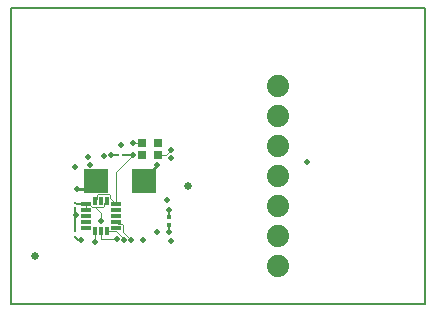
<source format=gbl>
G75*
%MOIN*%
%OFA0B0*%
%FSLAX25Y25*%
%IPPOS*%
%LPD*%
%AMOC8*
5,1,8,0,0,1.08239X$1,22.5*
%
%ADD10C,0.00600*%
%ADD11R,0.03642X0.01181*%
%ADD12R,0.01181X0.03150*%
%ADD13R,0.00984X0.00984*%
%ADD14R,0.01575X0.01378*%
%ADD15R,0.02953X0.02756*%
%ADD16C,0.07400*%
%ADD17R,0.07874X0.07874*%
%ADD18C,0.02000*%
%ADD19C,0.00400*%
%ADD20C,0.00500*%
%ADD21C,0.02578*%
%ADD22C,0.01000*%
D10*
X0001300Y0001300D02*
X0139095Y0001300D01*
X0139095Y0099725D01*
X0001300Y0099725D01*
X0001300Y0001300D01*
X0023202Y0039465D02*
X0023313Y0039576D01*
X0029639Y0042301D02*
X0029639Y0043020D01*
X0031036Y0044418D01*
D11*
X0026050Y0034465D03*
X0026050Y0032497D03*
X0026050Y0030528D03*
X0026050Y0028560D03*
X0026050Y0026591D03*
X0036188Y0026591D03*
X0036188Y0028560D03*
X0036188Y0030528D03*
X0036188Y0032497D03*
X0036188Y0034465D03*
D12*
X0033087Y0035548D03*
X0031119Y0035548D03*
X0029150Y0035548D03*
X0029150Y0025509D03*
X0031119Y0025509D03*
X0033087Y0025509D03*
D13*
X0022690Y0025377D03*
X0022690Y0023577D03*
X0022702Y0033140D03*
X0022702Y0034940D03*
X0036735Y0050891D03*
X0038535Y0050891D03*
D14*
X0053914Y0030087D03*
X0053914Y0027646D03*
D15*
X0050261Y0050863D03*
X0044946Y0050863D03*
X0044946Y0054800D03*
X0050261Y0054800D03*
D16*
X0090260Y0053992D03*
X0090260Y0063992D03*
X0090260Y0073992D03*
X0090260Y0043992D03*
X0090260Y0033992D03*
X0090260Y0023992D03*
X0090260Y0013992D03*
D17*
X0045387Y0042301D03*
X0029639Y0042301D03*
D18*
X0031036Y0044418D03*
X0027497Y0047670D03*
X0026709Y0050070D03*
X0022682Y0046831D03*
X0032203Y0050574D03*
X0034603Y0050894D03*
X0037883Y0054072D03*
X0041744Y0054787D03*
X0041906Y0050922D03*
X0049733Y0047496D03*
X0054631Y0049926D03*
X0054450Y0052481D03*
X0053135Y0035728D03*
X0053855Y0032359D03*
X0053981Y0025233D03*
X0054603Y0022223D03*
X0049860Y0025084D03*
X0045174Y0022577D03*
X0041356Y0022577D03*
X0038956Y0022577D03*
X0036548Y0022745D03*
X0029095Y0021918D03*
X0024607Y0022619D03*
X0031076Y0028863D03*
X0022741Y0031020D03*
X0023202Y0039465D03*
X0099725Y0048544D03*
D19*
X0054450Y0052481D02*
X0052831Y0050863D01*
X0050261Y0050863D01*
X0044946Y0054800D02*
X0041756Y0054800D01*
X0041744Y0054787D01*
X0041906Y0050922D02*
X0036188Y0045204D01*
X0036188Y0034465D01*
X0034278Y0036375D01*
X0034278Y0037371D01*
X0033926Y0037723D01*
X0030280Y0037723D01*
X0029928Y0037371D01*
X0029928Y0036326D01*
X0029150Y0035548D01*
X0027219Y0034465D02*
X0028311Y0033373D01*
X0029328Y0033373D01*
X0031076Y0031625D01*
X0031076Y0028863D01*
X0031119Y0025509D02*
X0031119Y0023048D01*
X0031363Y0022804D01*
X0036548Y0022745D01*
X0038156Y0023377D02*
X0038156Y0023467D01*
X0036222Y0025401D01*
X0034118Y0025401D01*
X0034011Y0025509D01*
X0033087Y0025509D01*
X0029150Y0025509D02*
X0029150Y0022540D01*
X0029095Y0021918D01*
X0036188Y0028560D02*
X0036966Y0027782D01*
X0038257Y0027782D01*
X0038609Y0027430D01*
X0038609Y0025324D01*
X0041356Y0022577D01*
X0038956Y0022577D02*
X0038156Y0023377D01*
X0026050Y0032497D02*
X0026050Y0034465D01*
X0027219Y0034465D01*
X0029328Y0033373D02*
X0031958Y0033373D01*
X0032309Y0033725D01*
X0032309Y0034770D01*
X0033087Y0035548D01*
D20*
X0026050Y0034465D02*
X0023176Y0034465D01*
X0022702Y0034940D01*
X0022702Y0033140D02*
X0022702Y0031060D01*
X0022690Y0031048D01*
X0022690Y0025377D01*
X0022690Y0023577D02*
X0023648Y0022619D01*
X0024607Y0022619D01*
X0022741Y0031020D02*
X0022702Y0031060D01*
X0034607Y0050891D02*
X0034603Y0050894D01*
X0034607Y0050891D02*
X0036735Y0050891D01*
X0038535Y0050891D02*
X0041875Y0050891D01*
X0041906Y0050922D01*
X0053855Y0032359D02*
X0053855Y0030146D01*
X0053914Y0030087D01*
X0053914Y0027646D02*
X0053914Y0025300D01*
X0053981Y0025233D01*
D21*
X0060355Y0040670D03*
X0009174Y0017048D03*
D22*
X0023313Y0039576D02*
X0026914Y0039576D01*
X0029639Y0042301D01*
X0045387Y0042301D02*
X0045387Y0042708D01*
X0049733Y0047496D01*
M02*

</source>
